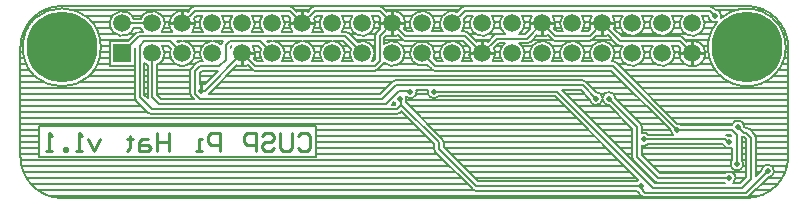
<source format=gbl>
G04*
G04 #@! TF.GenerationSoftware,Altium Limited,Altium Designer,22.9.1 (49)*
G04*
G04 Layer_Physical_Order=2*
G04 Layer_Color=16711680*
%FSLAX44Y44*%
%MOMM*%
G71*
G04*
G04 #@! TF.SameCoordinates,B5FEB32B-E54B-4D09-B02F-23BE752CD7F3*
G04*
G04*
G04 #@! TF.FilePolarity,Positive*
G04*
G01*
G75*
%ADD11C,0.2000*%
%ADD13C,0.2540*%
%ADD24R,1.5000X1.5000*%
%ADD25C,1.5000*%
%ADD26C,6.0000*%
%ADD27C,0.5000*%
%ADD28C,0.2032*%
D11*
X321250Y83750D02*
X321824Y83176D01*
Y79600D02*
Y83176D01*
Y79600D02*
X322500Y78924D01*
X350000Y90000D02*
X454024D01*
X535532Y8492D01*
X320222Y90500D02*
X329500D01*
X330000Y90000D01*
X475956Y95500D02*
X487272Y84184D01*
X306422D02*
X317738Y95500D01*
X475956D01*
X322500Y78924D02*
X354221Y47203D01*
X309080Y79358D02*
X320222Y90500D01*
X354221Y41721D02*
X385942Y10000D01*
X117575Y79358D02*
X309080D01*
X354221Y41721D02*
Y47203D01*
X318616Y75040D02*
X322500Y78924D01*
X111225Y75040D02*
X318616D01*
X527206Y5842D02*
Y6982D01*
X528620Y4428D02*
X614272D01*
X525000Y9188D02*
Y10000D01*
X527206Y5842D02*
X528620Y4428D01*
X385942Y10000D02*
X525000D01*
Y9188D02*
X527206Y6982D01*
X527912Y49640D02*
X596596D01*
X614459Y55295D02*
X618590Y51164D01*
X612205Y55295D02*
X614459D01*
X599236Y47000D02*
X600048D01*
X596596Y49640D02*
X599236Y47000D01*
X602222Y57500D02*
X606578Y53144D01*
X607500Y60000D02*
X612205Y55295D01*
X556106Y57500D02*
X602222D01*
X606578Y28903D02*
Y53144D01*
X618590Y16130D02*
Y51164D01*
X441802Y147701D02*
X452487Y137016D01*
X481917D01*
X492602Y147701D01*
X156233Y90732D02*
X187802Y122301D01*
X153262Y90732D02*
X156233D01*
X610952Y8492D02*
X618590Y16130D01*
X535532Y8492D02*
X610952D01*
X111602Y85331D02*
Y122301D01*
Y85331D02*
X117575Y79358D01*
X100938Y85327D02*
X111225Y75040D01*
X100938Y85327D02*
Y128888D01*
X104851Y132801D01*
X126502D01*
X137002Y122301D01*
X340202D02*
X350887Y111616D01*
X501990D01*
X556106Y57500D01*
X202702Y132801D02*
X213202Y122301D01*
X177138Y132801D02*
X202702D01*
X173836Y129499D02*
X177138Y132801D01*
X173836Y116950D02*
Y129499D01*
X168502Y111616D02*
X173836Y116950D01*
X151865Y111616D02*
X168502D01*
X147674Y107425D02*
X151865Y111616D01*
X147674Y88375D02*
Y107425D01*
Y88375D02*
X151865Y84184D01*
X306422D01*
X498194D02*
X522070Y60308D01*
Y34400D02*
Y60308D01*
Y34400D02*
X539596Y16874D01*
X600048D01*
X614272Y4428D02*
X632560Y22716D01*
X492602Y147701D02*
X507351Y132952D01*
X558151D01*
X568802Y122301D01*
X583792Y158213D02*
X587856Y154149D01*
X376114Y158213D02*
X583792D01*
X365602Y147701D02*
X376114Y158213D01*
X274902Y136801D02*
X289402Y122301D01*
X100702Y136801D02*
X274902D01*
X86202Y122301D02*
X100702Y136801D01*
X228102Y158201D02*
X238602Y147701D01*
X147502Y158201D02*
X228102D01*
X137002Y147701D02*
X147502Y158201D01*
X187802Y122301D02*
X198487Y111616D01*
X299820D01*
X304138Y115934D01*
Y137037D01*
X314802Y147701D01*
X391002Y122301D02*
X403685Y134984D01*
X429085D01*
X441802Y147701D01*
X314802D02*
X325487Y137016D01*
X376287D01*
X391002Y122301D01*
X304302Y158201D02*
X314802Y147701D01*
X249102Y158201D02*
X304302D01*
X238602Y147701D02*
X249102Y158201D01*
X86202Y147701D02*
X111602D01*
D13*
X482562D02*
X492602D01*
Y137661D02*
Y147701D01*
X502642D01*
X568802Y122301D02*
X578842D01*
X568802D02*
Y132341D01*
X558762Y122301D02*
X568802D01*
X431762Y147701D02*
X441802D01*
X451842D01*
X441802Y137661D02*
Y147701D01*
X391002Y122301D02*
Y132341D01*
Y122301D02*
X401042D01*
X380962D02*
X391002D01*
X568802Y112261D02*
Y122301D01*
X314802Y147701D02*
Y157741D01*
Y147701D02*
X324842D01*
X314802Y137661D02*
Y147701D01*
X304762D02*
X314802D01*
X238602D02*
Y157741D01*
Y147701D02*
X248642D01*
X228562D02*
X238602D01*
X137002D02*
Y157741D01*
X126962Y147701D02*
X137002D01*
X147042D01*
X187802Y122301D02*
X197842D01*
X187802Y112261D02*
Y122301D01*
X153262Y90732D02*
Y95772D01*
X234803Y52736D02*
X237342Y55275D01*
X242421D01*
X244960Y52736D01*
Y42579D01*
X242421Y40040D01*
X237342D01*
X234803Y42579D01*
X229725Y55275D02*
Y42579D01*
X227186Y40040D01*
X222107D01*
X219568Y42579D01*
Y55275D01*
X204333Y52736D02*
X206872Y55275D01*
X211951D01*
X214490Y52736D01*
Y50197D01*
X211951Y47657D01*
X206872D01*
X204333Y45118D01*
Y42579D01*
X206872Y40040D01*
X211951D01*
X214490Y42579D01*
X199255Y40040D02*
Y55275D01*
X191637D01*
X189098Y52736D01*
Y47657D01*
X191637Y45118D01*
X199255D01*
X168785Y40040D02*
Y55275D01*
X161167D01*
X158628Y52736D01*
Y47657D01*
X161167Y45118D01*
X168785D01*
X153550Y40040D02*
X148471D01*
X151010D01*
Y50197D01*
X153550D01*
X125619Y55275D02*
Y40040D01*
Y47657D01*
X115462D01*
Y55275D01*
Y40040D01*
X107844Y50197D02*
X102766D01*
X100227Y47657D01*
Y40040D01*
X107844D01*
X110384Y42579D01*
X107844Y45118D01*
X100227D01*
X92609Y52736D02*
Y50197D01*
X95148D01*
X90070D01*
X92609D01*
Y42579D01*
X90070Y40040D01*
X67217Y50197D02*
X62139Y40040D01*
X57061Y50197D01*
X51982Y40040D02*
X46904D01*
X49443D01*
Y55275D01*
X51982Y52736D01*
X39286Y40040D02*
Y42579D01*
X36747D01*
Y40040D01*
X39286D01*
X26591D02*
X21512D01*
X24051D01*
Y55275D01*
X26591Y52736D01*
D24*
X86202Y122301D02*
D03*
D25*
Y147701D02*
D03*
X111602Y122301D02*
D03*
Y147701D02*
D03*
X137002Y122301D02*
D03*
Y147701D02*
D03*
X162402Y122301D02*
D03*
Y147701D02*
D03*
X187802Y122301D02*
D03*
Y147701D02*
D03*
X213202Y122301D02*
D03*
Y147701D02*
D03*
X238602Y122301D02*
D03*
Y147701D02*
D03*
X264002Y122301D02*
D03*
Y147701D02*
D03*
X289402Y122301D02*
D03*
Y147701D02*
D03*
X314802Y122301D02*
D03*
Y147701D02*
D03*
X340202Y122301D02*
D03*
Y147701D02*
D03*
X365602Y122301D02*
D03*
Y147701D02*
D03*
X391002Y122301D02*
D03*
Y147701D02*
D03*
X416402Y122301D02*
D03*
Y147701D02*
D03*
X441802Y122301D02*
D03*
Y147701D02*
D03*
X467202Y122301D02*
D03*
Y147701D02*
D03*
X568802D02*
D03*
Y122301D02*
D03*
X543402Y147701D02*
D03*
Y122301D02*
D03*
X518002Y147701D02*
D03*
Y122301D02*
D03*
X492602Y147701D02*
D03*
Y122301D02*
D03*
D26*
X35000Y127500D02*
D03*
X615000D02*
D03*
D27*
X321250Y83750D02*
D03*
X350000Y90000D02*
D03*
X330000D02*
D03*
X525000Y10000D02*
D03*
X607500Y60000D02*
D03*
X600048Y47000D02*
D03*
X153262Y90732D02*
D03*
X487272Y84184D02*
D03*
X498194D02*
D03*
X600048Y16874D02*
D03*
X632560Y22716D02*
D03*
X527912Y49640D02*
D03*
X606578Y28903D02*
D03*
X556106Y57500D02*
D03*
X587856Y154149D02*
D03*
D28*
X593372D02*
G03*
X588022Y159662I-5516J0D01*
G01*
X592976Y152097D02*
G03*
X593372Y154149I-5120J2052D01*
G01*
X586632Y161053D02*
G03*
X583792Y162229I-2840J-2840D01*
G01*
X586632Y161053D02*
G03*
X583792Y162229I-2840J-2840D01*
G01*
X648016Y127500D02*
G03*
X592976Y152097I-33016J0D01*
G01*
X650000Y127500D02*
G03*
X615000Y162500I-35000J0D01*
G01*
X582342Y153983D02*
G03*
X590002Y149067I5513J166D01*
G01*
X579318Y147701D02*
G03*
X577072Y154197I-10516J0D01*
G01*
X560532D02*
G03*
X579318Y147701I8270J-6496D01*
G01*
X528518D02*
G03*
X526272Y154197I-10516J0D01*
G01*
X503658Y147701D02*
G03*
X501548Y154197I-11056J0D01*
G01*
X553918Y147701D02*
G03*
X551672Y154197I-10516J0D01*
G01*
X535132D02*
G03*
X553918Y147701I8270J-6496D01*
G01*
X509732Y154197D02*
G03*
X528518Y147701I8270J-6496D01*
G01*
X483656Y154197D02*
G03*
X482478Y143257I8946J-6496D01*
G01*
X502725D02*
G03*
X503658Y147701I-10123J4444D01*
G01*
X560990Y135792D02*
G03*
X558151Y136968I-2840J-2840D01*
G01*
X560990Y135792D02*
G03*
X558151Y136968I-2840J-2840D01*
G01*
X579858Y122301D02*
G03*
X564358Y132424I-11056J0D01*
G01*
X553918Y122301D02*
G03*
X551560Y128936I-10516J0D01*
G01*
X504511Y130112D02*
G03*
X507351Y128936I2840J2840D01*
G01*
X504511Y130112D02*
G03*
X507351Y128936I2840J2840D01*
G01*
X488158Y137577D02*
G03*
X497046Y137577I4444J10123D01*
G01*
X481917Y133000D02*
G03*
X484757Y134176I0J4016D01*
G01*
X481917Y133000D02*
G03*
X484757Y134176I0J4016D01*
G01*
X528518Y122301D02*
G03*
X526160Y128936I-10516J0D01*
G01*
X477718Y147701D02*
G03*
X475472Y154197I-10516J0D01*
G01*
X452858Y147701D02*
G03*
X450748Y154197I-11056J0D01*
G01*
X426918Y147701D02*
G03*
X424672Y154197I-10516J0D01*
G01*
X458932D02*
G03*
X459071Y141032I8270J-6496D01*
G01*
X475333D02*
G03*
X477718Y147701I-8131J6669D01*
G01*
X451926Y143257D02*
G03*
X452858Y147701I-10123J4444D01*
G01*
X432856Y154197D02*
G03*
X431678Y143257I8946J-6496D01*
G01*
X376114Y162229D02*
G03*
X373274Y161053I0J-4016D01*
G01*
X376114Y162229D02*
G03*
X373274Y161053I0J-4016D01*
G01*
X376118Y147701D02*
G03*
X375314Y151733I-10516J0D01*
G01*
X401518Y147701D02*
G03*
X399272Y154197I-10516J0D01*
G01*
X408132D02*
G03*
X410496Y139000I8270J-6496D01*
G01*
X382732Y154197D02*
G03*
X401518Y147701I8270J-6496D01*
G01*
X422308Y139000D02*
G03*
X426918Y147701I-5906J8701D01*
G01*
X373733Y141032D02*
G03*
X376118Y147701I-8131J6669D01*
G01*
X369635Y157413D02*
G03*
X357471Y141032I-4033J-9712D01*
G01*
X379126Y139856D02*
G03*
X376287Y141032I-2840J-2840D01*
G01*
X379126Y139856D02*
G03*
X376287Y141032I-2840J-2840D01*
G01*
X449647Y134176D02*
G03*
X452487Y133000I2840J2840D01*
G01*
X449647Y134176D02*
G03*
X452487Y133000I2840J2840D01*
G01*
X437358Y137577D02*
G03*
X446246Y137577I4444J10123D01*
G01*
X477718Y122301D02*
G03*
X459071Y115632I-10516J0D01*
G01*
X429085Y130968D02*
G03*
X431925Y132144I0J4016D01*
G01*
X429085Y130968D02*
G03*
X431925Y132144I0J4016D01*
G01*
X426918Y122301D02*
G03*
X422357Y130968I-10516J0D01*
G01*
X403685Y139000D02*
G03*
X400845Y137824I0J-4016D01*
G01*
X403685Y139000D02*
G03*
X400845Y137824I0J-4016D01*
G01*
X395446Y132424D02*
G03*
X386558Y132424I-4444J-10123D01*
G01*
X402058Y122301D02*
G03*
X401125Y126745I-11056J0D01*
G01*
X613013Y60166D02*
G03*
X602196Y61516I-5513J-166D01*
G01*
X590002Y149067D02*
G03*
X648016Y127500I24998J-21567D01*
G01*
X617299Y58135D02*
G03*
X614459Y59311I-2840J-2840D01*
G01*
X617299Y58135D02*
G03*
X614459Y59311I-2840J-2840D01*
G01*
X622606Y51164D02*
G03*
X621430Y54004I-4016J0D01*
G01*
X622606Y51164D02*
G03*
X621430Y54004I-4016J0D01*
G01*
X610594Y51616D02*
G03*
X612205Y51279I1611J3679D01*
G01*
X610594Y51616D02*
G03*
X612205Y51279I1611J3679D01*
G01*
X599434Y52482D02*
G03*
X597760Y53484I-2837J-2842D01*
G01*
X599434Y52482D02*
G03*
X597760Y53484I-2837J-2842D01*
G01*
X601818Y52225D02*
G03*
X599434Y52482I-1770J-5224D01*
G01*
X558678Y126745D02*
G03*
X579858Y122301I10123J-4444D01*
G01*
X535243Y128936D02*
G03*
X553918Y122301I8158J-6635D01*
G01*
X559887Y61516D02*
G03*
X556272Y63013I-3781J-4016D01*
G01*
X550592Y57334D02*
G03*
X552150Y53656I5513J166D01*
G01*
X638076Y22716D02*
G03*
X627047Y22882I-5516J0D01*
G01*
X632726Y17203D02*
G03*
X638076Y22716I-166J5513D01*
G01*
X615001Y0D02*
G03*
X650000Y34999I0J34999D01*
G01*
X614272Y412D02*
G03*
X617112Y1588I0J4016D01*
G01*
X614272Y412D02*
G03*
X617112Y1588I0J4016D01*
G01*
X612094Y28903D02*
G03*
X610594Y32685I-5516J0D01*
G01*
X602562D02*
G03*
X612094Y28903I4016J-3781D01*
G01*
X594706Y45624D02*
G03*
X602562Y42091I5342J1376D01*
G01*
X603419Y12508D02*
G03*
X605564Y16874I-3371J4366D01*
G01*
D02*
G03*
X596267Y20890I-5516J0D01*
G01*
X509843Y128936D02*
G03*
X528518Y122301I8158J-6635D01*
G01*
X500733Y115632D02*
G03*
X503118Y122301I-8131J6669D01*
G01*
X504829Y114456D02*
G03*
X501990Y115632I-2840J-2840D01*
G01*
X503118Y122301D02*
G03*
X484471Y115632I-10516J0D01*
G01*
X504829Y114456D02*
G03*
X501990Y115632I-2840J-2840D01*
G01*
X492733Y84961D02*
G03*
X487438Y89698I-5461J-777D01*
G01*
X503708Y84350D02*
G03*
X492733Y84961I-5513J-166D01*
G01*
X481758Y84018D02*
G03*
X492733Y83407I5513J166D01*
G01*
D02*
G03*
X498028Y78671I5461J777D01*
G01*
X452318Y122301D02*
G03*
X433671Y115632I-10516J0D01*
G01*
X449933D02*
G03*
X452318Y122301I-8131J6669D01*
G01*
X424533Y115632D02*
G03*
X426918Y122301I-8131J6669D01*
G01*
X475333Y115632D02*
G03*
X477718Y122301I-8131J6669D01*
G01*
X380878Y126745D02*
G03*
X382184Y115632I10123J-4444D01*
G01*
X410447Y130968D02*
G03*
X408271Y115632I5955J-8667D01*
G01*
X376118Y122301D02*
G03*
X357471Y115632I-10516J0D01*
G01*
X399820D02*
G03*
X402058Y122301I-8818J6669D01*
G01*
X373733Y115632D02*
G03*
X376118Y122301I-8131J6669D01*
G01*
X478796Y98340D02*
G03*
X475956Y99516I-2840J-2840D01*
G01*
X478796Y98340D02*
G03*
X475956Y99516I-2840J-2840D01*
G01*
X531693Y53656D02*
G03*
X526086Y54845I-3781J-4016D01*
G01*
Y60308D02*
G03*
X524910Y63148I-4016J0D01*
G01*
X526086Y44435D02*
G03*
X531693Y45624I1826J5205D01*
G01*
X526086Y60308D02*
G03*
X524910Y63148I-4016J0D01*
G01*
X518054Y34400D02*
G03*
X519230Y31560I4016J0D01*
G01*
X518054Y34400D02*
G03*
X519230Y31560I4016J0D01*
G01*
X536756Y14034D02*
G03*
X539596Y12858I2840J2840D01*
G01*
X536756Y14034D02*
G03*
X539596Y12858I2840J2840D01*
G01*
X525781Y1588D02*
G03*
X528620Y412I2840J2840D01*
G01*
X521219Y5984D02*
G03*
X523345Y4738I3781J4016D01*
G01*
Y4738D02*
G03*
X524366Y3002I3861J1104D01*
G01*
X523148Y15196D02*
G03*
X521219Y14016I1851J-5196D01*
G01*
X525781Y1588D02*
G03*
X528620Y412I2840J2840D01*
G01*
X523345Y4738D02*
G03*
X524366Y3002I3861J1104D01*
G01*
X358237Y47203D02*
G03*
X357061Y50043I-4016J0D01*
G01*
X358237Y47203D02*
G03*
X357061Y50043I-4016J0D01*
G01*
X383102Y7160D02*
G03*
X385942Y5984I2840J2840D01*
G01*
X383102Y7160D02*
G03*
X385942Y5984I2840J2840D01*
G01*
X307141Y161041D02*
G03*
X304302Y162217I-2840J-2840D01*
G01*
X307141Y161041D02*
G03*
X304302Y162217I-2840J-2840D01*
G01*
X350718Y147701D02*
G03*
X332071Y141032I-10516J0D01*
G01*
X325858Y147701D02*
G03*
X310358Y157824I-11056J0D01*
G01*
X299918Y147701D02*
G03*
X297681Y154185I-10516J0D01*
G01*
X281123D02*
G03*
X299918Y147701I8279J-6484D01*
G01*
X274518D02*
G03*
X272281Y154185I-10516J0D01*
G01*
X304678Y152145D02*
G03*
X304678Y143257I10123J-4444D01*
G01*
X249102Y162217D02*
G03*
X246263Y161041I0J-4016D01*
G01*
X249102Y162217D02*
G03*
X246263Y161041I0J-4016D01*
G01*
X230941D02*
G03*
X228102Y162217I-2840J-2840D01*
G01*
X230941Y161041D02*
G03*
X228102Y162217I-2840J-2840D01*
G01*
X243046Y157824D02*
G03*
X234158Y157824I-4444J-10123D01*
G01*
X255723Y154185D02*
G03*
X256052Y140817I8279J-6484D01*
G01*
X249658Y147701D02*
G03*
X248725Y152145I-11056J0D01*
G01*
X228478D02*
G03*
X229950Y140817I10123J-4444D01*
G01*
X348333Y141032D02*
G03*
X350718Y147701I-8131J6669D01*
G01*
X324925Y143257D02*
G03*
X325858Y147701I-10123J4444D01*
G01*
X301298Y139877D02*
G03*
X300122Y137037I2840J-2840D01*
G01*
X301298Y139877D02*
G03*
X300122Y137037I2840J-2840D01*
G01*
X322647Y134176D02*
G03*
X325487Y133000I2840J2840D01*
G01*
X322647Y134176D02*
G03*
X325487Y133000I2840J2840D01*
G01*
X310358Y137577D02*
G03*
X319246Y137577I4444J10123D01*
G01*
X277741Y139641D02*
G03*
X274902Y140817I-2840J-2840D01*
G01*
X277741Y139641D02*
G03*
X274902Y140817I-2840J-2840D01*
G01*
X247254D02*
G03*
X249658Y147701I-8652J6884D01*
G01*
X271952Y140817D02*
G03*
X274518Y147701I-7950J6884D01*
G01*
X223718D02*
G03*
X221481Y154185I-10516J0D01*
G01*
X204923D02*
G03*
X205252Y140817I8279J-6484D01*
G01*
X198318Y147701D02*
G03*
X196081Y154185I-10516J0D01*
G01*
X221152Y140817D02*
G03*
X223718Y147701I-7950J6884D01*
G01*
X195752Y140817D02*
G03*
X198318Y147701I-7950J6884D01*
G01*
X172918D02*
G03*
X170681Y154185I-10516J0D01*
G01*
X179523D02*
G03*
X179852Y140817I8279J-6484D01*
G01*
X154123Y154185D02*
G03*
X154452Y140817I8279J-6484D01*
G01*
X148058Y147701D02*
G03*
X147126Y152145I-11056J0D01*
G01*
X170352Y140817D02*
G03*
X172918Y147701I-7950J6884D01*
G01*
X145654Y140817D02*
G03*
X148058Y147701I-8652J6884D01*
G01*
X147502Y162217D02*
G03*
X144663Y161041I0J-4016D01*
G01*
X147502Y162217D02*
G03*
X144663Y161041I0J-4016D01*
G01*
X141446Y157824D02*
G03*
X128350Y140817I-4444J-10123D01*
G01*
X119552D02*
G03*
X122118Y147701I-7950J6884D01*
G01*
D02*
G03*
X101883Y151717I-10516J0D01*
G01*
X95921D02*
G03*
X95921Y143685I-9719J-4016D01*
G01*
X35000Y162500D02*
G03*
X-0Y127500I0J-35000D01*
G01*
X101883Y143685D02*
G03*
X103652Y140817I9719J4016D01*
G01*
X136187Y132785D02*
G03*
X132969Y132013I815J-10484D01*
G01*
X212387Y132785D02*
G03*
X209169Y132013I815J-10484D01*
G01*
X170996Y132339D02*
G03*
X169828Y129747I2840J-2840D01*
G01*
X170996Y132339D02*
G03*
X169828Y129747I2840J-2840D01*
G01*
D02*
G03*
X163217Y132785I-7426J-7446D01*
G01*
X178847Y128785D02*
G03*
X177852Y127121I8955J-6484D01*
G01*
X100702Y140817D02*
G03*
X97863Y139641I0J-4016D01*
G01*
X100702Y140817D02*
G03*
X97863Y139641I0J-4016D01*
G01*
X349914Y118268D02*
G03*
X350718Y122301I-9712J4033D01*
G01*
X307853Y114408D02*
G03*
X325318Y122301I6949J7893D01*
G01*
D02*
G03*
X308154Y130449I-10516J0D01*
G01*
X306978Y113094D02*
G03*
X307853Y114408I-2840J2840D01*
G01*
X306978Y113094D02*
G03*
X307853Y114408I-2840J2840D01*
G01*
X348047Y108776D02*
G03*
X350887Y107600I2840J2840D01*
G01*
X350718Y122301D02*
G03*
X344235Y112589I-10516J0D01*
G01*
X348047Y108776D02*
G03*
X350887Y107600I2840J2840D01*
G01*
X299820D02*
G03*
X302660Y108776I0J4016D01*
G01*
X299820Y107600D02*
G03*
X302660Y108776I0J4016D01*
G01*
X317738Y99516D02*
G03*
X314898Y98340I0J-4016D01*
G01*
X317738Y99516D02*
G03*
X314898Y98340I0J-4016D01*
G01*
X249118Y122301D02*
G03*
X239417Y132785I-10516J0D01*
G01*
X299918Y122301D02*
G03*
X285369Y132013I-10516J0D01*
G01*
X237787Y132785D02*
G03*
X230471Y115632I815J-10484D01*
G01*
X274518Y122301D02*
G03*
X264817Y132785I-10516J0D01*
G01*
X223718Y122301D02*
G03*
X214017Y132785I-10516J0D01*
G01*
X221333Y115632D02*
G03*
X223718Y122301I-8131J6669D01*
G01*
X203490Y126333D02*
G03*
X205071Y115632I9712J-4033D01*
G01*
X297533D02*
G03*
X299918Y122301I-8131J6669D01*
G01*
X279690Y126333D02*
G03*
X281271Y115632I9712J-4033D01*
G01*
X263187Y132785D02*
G03*
X255871Y115632I815J-10484D01*
G01*
X272133D02*
G03*
X274518Y122301I-8131J6669D01*
G01*
X246733Y115632D02*
G03*
X249118Y122301I-8131J6669D01*
G01*
X344687Y91484D02*
G03*
X353781Y85984I5313J-1484D01*
G01*
X326342Y85872D02*
G03*
X335516Y90000I3658J4128D01*
G01*
D02*
G03*
X335313Y91484I-5516J0D01*
G01*
X326766Y83750D02*
G03*
X326342Y85872I-5516J0D01*
G01*
X326058Y81046D02*
G03*
X326766Y83750I-4808J2704D01*
G01*
X316444Y81043D02*
G03*
X317553Y79656I4806J2707D01*
G01*
X350205Y41721D02*
G03*
X351381Y38881I4016J0D01*
G01*
X318616Y71024D02*
G03*
X321456Y72200I0J4016D01*
G01*
X350205Y41721D02*
G03*
X351381Y38881I4016J0D01*
G01*
X318616Y71024D02*
G03*
X321456Y72200I0J4016D01*
G01*
X198858Y122301D02*
G03*
X196757Y128785I-11056J0D01*
G01*
X161587Y132785D02*
G03*
X154271Y115632I815J-10484D01*
G01*
X197925Y117857D02*
G03*
X198858Y122301I-10123J4444D01*
G01*
X147518D02*
G03*
X137817Y132785I-10516J0D01*
G01*
X151865Y115632D02*
G03*
X149025Y114456I0J-4016D01*
G01*
X151865Y115632D02*
G03*
X149025Y114456I0J-4016D01*
G01*
X183358Y112177D02*
G03*
X192246Y112177I4444J10123D01*
G01*
X195647Y108776D02*
G03*
X198487Y107600I2840J2840D01*
G01*
X195647Y108776D02*
G03*
X198487Y107600I2840J2840D01*
G01*
X127290Y126333D02*
G03*
X147518Y122301I9712J-4033D01*
G01*
X144834Y110265D02*
G03*
X143658Y107425I2840J-2840D01*
G01*
X144834Y110265D02*
G03*
X143658Y107425I2840J-2840D01*
G01*
X122118Y122301D02*
G03*
X119881Y128785I-10516J0D01*
G01*
X115618Y112582D02*
G03*
X122118Y122301I-4016J9719D01*
G01*
X104954Y114153D02*
G03*
X107586Y112582I6648J8148D01*
G01*
X68016Y127500D02*
G03*
X68016Y127500I-33016J0D01*
G01*
X155970Y96149D02*
G03*
X151690Y96580I-2708J-5417D01*
G01*
X143658Y88375D02*
G03*
X144834Y85535I4016J0D01*
G01*
X143658Y88375D02*
G03*
X144834Y85535I4016J0D01*
G01*
X107586Y85331D02*
G03*
X107750Y84194I4016J0D01*
G01*
X107586Y85331D02*
G03*
X107750Y84194I4016J0D01*
G01*
X108385Y72200D02*
G03*
X111225Y71024I2840J2840D01*
G01*
X108385Y72200D02*
G03*
X111225Y71024I2840J2840D01*
G01*
X96922Y85327D02*
G03*
X98098Y82487I4016J0D01*
G01*
X96922Y85327D02*
G03*
X98098Y82487I4016J0D01*
G01*
X-0Y35000D02*
G03*
X35000Y0I35000J0D01*
G01*
X590725Y158860D02*
X604674D01*
X625326D02*
X630542D01*
X593360Y153780D02*
X595014D01*
X634986D02*
X638116D01*
X586632Y161053D02*
X588022Y159662D01*
X577072Y154197D02*
X582128D01*
X577383Y153780D02*
X582352D01*
X551983D02*
X560221D01*
X640311Y148700D02*
X642849D01*
X643813Y143620D02*
X646067D01*
X588714Y148700D02*
X589689D01*
X553870D02*
X558334D01*
X579270D02*
X586998D01*
X578494Y143620D02*
X586187D01*
X553094D02*
X559110D01*
X526272Y154197D02*
X535132D01*
X376114Y162229D02*
X583792D01*
X551672Y154197D02*
X560532D01*
X528470Y148700D02*
X532934D01*
X526583Y153780D02*
X534821D01*
X501548Y154197D02*
X509732D01*
X475472D02*
X483656D01*
X501837Y153780D02*
X509421D01*
X503613Y148700D02*
X507533D01*
X475783Y153780D02*
X483367D01*
X502877Y143620D02*
X508310D01*
X527694D02*
X533710D01*
X502725Y143257D02*
X509014Y136968D01*
X573966Y138540D02*
X583884D01*
X646115D02*
X648213D01*
X563322Y133460D02*
X582526D01*
X647474D02*
X649489D01*
X648004Y128380D02*
X649989D01*
X578037D02*
X581996D01*
X548566Y138540D02*
X563638D01*
X560990Y135792D02*
X564358Y132424D01*
X551983Y128380D02*
X557043D01*
X551560Y128936D02*
X556487D01*
X579813Y123300D02*
X582252D01*
X647748D02*
X650000D01*
X579077Y118220D02*
X583315D01*
X646685D02*
X650000D01*
X556487Y128936D02*
X558678Y126745D01*
X553870Y123300D02*
X557791D01*
X553094Y118220D02*
X558527D01*
X523166Y138540D02*
X538238D01*
X509014Y136968D02*
X558151D01*
X507442Y138540D02*
X512838D01*
X507351Y128936D02*
X509843D01*
X497046Y137577D02*
X504511Y130112D01*
X484757Y134176D02*
X488158Y137577D01*
X483783Y133460D02*
X501163D01*
X526160Y128936D02*
X535243D01*
X501183Y128380D02*
X509421D01*
X528470Y123300D02*
X532934D01*
X527694Y118220D02*
X533710D01*
X526583Y128380D02*
X534821D01*
X503070Y123300D02*
X507533D01*
X476894Y118220D02*
X482910D01*
X475783Y128380D02*
X484021D01*
X502294Y118220D02*
X508310D01*
X500733Y115632D02*
X501990D01*
X450748Y154197D02*
X458932D01*
X452813Y148700D02*
X456734D01*
X477670D02*
X481591D01*
X451037Y153780D02*
X458621D01*
X424672Y154197D02*
X432856D01*
X424983Y153780D02*
X432567D01*
X426870Y148700D02*
X430791D01*
X452077Y143620D02*
X457510D01*
X476894D02*
X482327D01*
X480254Y141032D02*
X482478Y143257D01*
X454150Y141032D02*
X459071D01*
X451926Y143257D02*
X454150Y141032D01*
X427422Y139000D02*
X431678Y143257D01*
X426094Y143620D02*
X431527D01*
X377777Y154197D02*
X382732D01*
X399272D02*
X408132D01*
X377361Y153780D02*
X382421D01*
X399583D02*
X407821D01*
X401470Y148700D02*
X405933D01*
X376070D02*
X380533D01*
X369635Y157413D02*
X373274Y161053D01*
X375314Y151733D02*
X377777Y154197D01*
X350670Y148700D02*
X355134D01*
X400694Y143620D02*
X406710D01*
X375294D02*
X381310D01*
X373733Y141032D02*
X376287D01*
X475333D02*
X480254D01*
X446246Y137577D02*
X449647Y134176D01*
X452487Y133000D02*
X481917D01*
X433241Y133460D02*
X450620D01*
X422308Y139000D02*
X427422D01*
X431925Y132144D02*
X437358Y137577D01*
X403685Y139000D02*
X410496D01*
X422357Y130968D02*
X429085D01*
X405349D02*
X410447D01*
X452270Y123300D02*
X456734D01*
X450383Y128380D02*
X458621D01*
X477670Y123300D02*
X482133D01*
X451494Y118220D02*
X457510D01*
X449933Y115632D02*
X459071D01*
X426870Y123300D02*
X431334D01*
X426094Y118220D02*
X432110D01*
X424983Y128380D02*
X433221D01*
X396166Y138540D02*
X401819D01*
X402761Y128380D02*
X407821D01*
X401125Y126745D02*
X405349Y130968D01*
X395446Y132424D02*
X400845Y137824D01*
X380442Y138540D02*
X385838D01*
X385522Y133460D02*
X396482D01*
X379126Y139856D02*
X386558Y132424D01*
X374623Y133000D02*
X380878Y126745D01*
X374183Y128380D02*
X379243D01*
X402013Y123300D02*
X405933D01*
X401277Y118220D02*
X406710D01*
X399820Y115632D02*
X408271D01*
X376070Y123300D02*
X379991D01*
X350670D02*
X355134D01*
X375294Y118220D02*
X380727D01*
X352550Y115632D02*
X357471D01*
X644730Y113140D02*
X650000D01*
X641686Y108060D02*
X650000D01*
X637109Y102980D02*
X650000D01*
X629625Y97900D02*
X650000D01*
X618173Y57260D02*
X650000D01*
X612495Y62340D02*
X650000D01*
X613013Y60166D02*
X613868Y59311D01*
X617299Y58135D02*
X621430Y54004D01*
X650000Y35000D02*
X650000Y127499D01*
X622475Y52180D02*
X650000D01*
X597760Y53484D02*
X600559D01*
X601818Y52225D01*
X610594Y32685D02*
Y51616D01*
X521385Y97900D02*
X600375D01*
X526465Y92820D02*
X650000D01*
X516305Y102980D02*
X592891D01*
X536625Y82660D02*
X650000D01*
X541705Y77580D02*
X650000D01*
X531545Y87740D02*
X650000D01*
X548566Y113140D02*
X562612D01*
X574992D02*
X585271D01*
X511225Y108060D02*
X588314D01*
X546785Y72500D02*
X650000D01*
X551865Y67420D02*
X650000D01*
X504829Y114456D02*
X556272Y63013D01*
X558751Y62340D02*
X602505D01*
X559887Y61516D02*
X602196D01*
X525534Y62340D02*
X545586D01*
X500326Y107600D02*
X550592Y57334D01*
X531693Y53656D02*
X552150D01*
X526086Y57260D02*
X550595D01*
X622606Y42020D02*
X650000D01*
X622606Y36940D02*
X650000D01*
X622606Y47100D02*
X650000D01*
X636290Y26780D02*
X649021D01*
X637982Y21700D02*
X647375D01*
X622606Y31860D02*
X649859D01*
X612795Y51279D02*
X614574Y49500D01*
X611235Y31860D02*
X614574D01*
X622606Y26780D02*
X628830D01*
X622606Y21700D02*
X625864D01*
X611669Y26780D02*
X614574D01*
X617112Y1588D02*
X632726Y17203D01*
X632144Y16620D02*
X644786D01*
X627063Y11540D02*
X640974D01*
X621983Y6460D02*
X635261D01*
X622606Y18441D02*
Y51164D01*
Y18441D02*
X627047Y22882D01*
X614574Y17794D02*
Y49500D01*
X616887Y1380D02*
X624732D01*
X610594Y47100D02*
X614574D01*
X610594Y42020D02*
X614574D01*
X602562Y32685D02*
Y42091D01*
X610594Y36940D02*
X614574D01*
X531693Y45624D02*
X594706D01*
X526086Y42020D02*
X597677D01*
X530289Y31860D02*
X601922D01*
X535369Y26780D02*
X601487D01*
X526086Y36940D02*
X602562D01*
X609288Y12508D02*
X614574Y17794D01*
X602719Y21700D02*
X614574D01*
X605558Y16620D02*
X613400D01*
X603419Y12508D02*
X609288D01*
X528620Y412D02*
X614272D01*
X541259Y20890D02*
X596267D01*
X540449Y21700D02*
X597377D01*
X539596Y12858D02*
X596267D01*
X537196Y12508D02*
X596677D01*
X523166Y113140D02*
X538238D01*
X506145D02*
X512838D01*
X484315Y92820D02*
X515106D01*
X502411Y87740D02*
X520186D01*
X479235Y97900D02*
X510026D01*
X491489Y87740D02*
X493977D01*
X478796Y98340D02*
X487438Y89698D01*
X505397Y82660D02*
X525266D01*
X503708Y84350D02*
X524910Y63148D01*
X498028Y78671D02*
X518054Y58644D01*
X515558Y72500D02*
X535426D01*
X520638Y67420D02*
X540506D01*
X510477Y77580D02*
X530346D01*
X482284Y67420D02*
X509278D01*
X477203Y72500D02*
X504198D01*
X475333Y115632D02*
X484471D01*
X424533D02*
X433671D01*
X373733D02*
X382184D01*
X474292Y91484D02*
X481758Y84018D01*
X458219Y91484D02*
X537196Y12508D01*
X350887Y107600D02*
X500326D01*
X467043Y82660D02*
X481971D01*
X472123Y77580D02*
X499118D01*
X452360Y85984D02*
X523148Y15196D01*
X458219Y91484D02*
X474292D01*
X461964Y87740D02*
X478036D01*
X353781Y85984D02*
X452360D01*
X526086Y54845D02*
Y60308D01*
Y36063D02*
Y44435D01*
X528004Y21700D02*
X529090D01*
X518054Y34400D02*
Y58644D01*
X522924Y26780D02*
X524011D01*
X517844Y31860D02*
X518959D01*
X526086Y36063D02*
X541259Y20890D01*
X533083Y16620D02*
X534170D01*
X519230Y31560D02*
X536756Y14034D01*
X524366Y3002D02*
X525781Y1588D01*
X492444Y57260D02*
X518054D01*
X497523Y52180D02*
X518054D01*
X487364Y62340D02*
X514358D01*
X502603Y47100D02*
X518054D01*
X507683Y42020D02*
X518054D01*
X364682Y36940D02*
X501404D01*
X354924Y52180D02*
X486165D01*
X358237Y47100D02*
X491245D01*
X359602Y42020D02*
X496325D01*
X358237Y43384D02*
Y47203D01*
X512763Y36940D02*
X518054D01*
X379921Y21700D02*
X516645D01*
X374841Y26780D02*
X511564D01*
X387606Y14016D02*
X521219D01*
X385942Y5984D02*
X521219D01*
X385001Y16620D02*
X521725D01*
X369762Y31860D02*
X506484D01*
X358237Y43384D02*
X387606Y14016D01*
X351381Y38881D02*
X383102Y7160D01*
X307141Y161041D02*
X310358Y157824D01*
X324037Y153780D02*
X331621D01*
X348783D02*
X357021D01*
X309322Y158860D02*
X371082D01*
X297681Y154185D02*
X302638D01*
X304678Y152145D01*
X272281Y154185D02*
X281123D01*
X297983Y153780D02*
X303043D01*
X274470Y148700D02*
X278934D01*
X272583Y153780D02*
X280821D01*
X325813Y148700D02*
X329734D01*
X299870D02*
X303791D01*
X255000Y162500D02*
X615000Y162500D01*
X35000Y162500D02*
X255000Y162500D01*
X249102Y162217D02*
X304302D01*
X243046Y157824D02*
X246263Y161041D01*
X147502Y162217D02*
X228102D01*
X233122Y158860D02*
X244082D01*
X230941Y161041D02*
X234158Y157824D01*
X250766Y154185D02*
X255723D01*
X248725Y152145D02*
X250766Y154185D01*
X250361Y153780D02*
X255421D01*
X249613Y148700D02*
X253533D01*
X226438Y154185D02*
X228478Y152145D01*
X349894Y143620D02*
X355910D01*
X325077D02*
X330510D01*
X327150Y141032D02*
X332071D01*
X348333D02*
X357471D01*
X324925Y143257D02*
X327150Y141032D01*
X301298Y139877D02*
X304678Y143257D01*
X299094Y143620D02*
X304527D01*
X294566Y138540D02*
X300414D01*
X325487Y133000D02*
X374623D01*
X348783Y128380D02*
X357021D01*
X325270Y123300D02*
X329734D01*
X323383Y128380D02*
X331621D01*
X319246Y137577D02*
X322647Y134176D01*
X308154Y135373D02*
X310358Y137577D01*
X308154Y133460D02*
X323620D01*
X308154Y130449D02*
Y135373D01*
X297983Y128380D02*
X300122D01*
X273694Y143620D02*
X279710D01*
X271952Y140817D02*
X274902D01*
X278842Y138540D02*
X284238D01*
X283922Y133460D02*
X300122D01*
X222894Y143620D02*
X228327D01*
X248877D02*
X254310D01*
X247254Y140817D02*
X256052D01*
X221152D02*
X229950D01*
X264817Y132785D02*
X273238D01*
X277741Y139641D02*
X285369Y132013D01*
X239417Y132785D02*
X263187D01*
X273238D02*
X279690Y126333D01*
X274470Y123300D02*
X278934D01*
X272583Y128380D02*
X277643D01*
X221783D02*
X230021D01*
X247183D02*
X255421D01*
X214017Y132785D02*
X237787D01*
X249070Y123300D02*
X253533D01*
X223670D02*
X228134D01*
X196081Y154185D02*
X204923D01*
X221481D02*
X226438D01*
X170681D02*
X179523D01*
X221783Y153780D02*
X226843D01*
X198270Y148700D02*
X202733D01*
X196383Y153780D02*
X204621D01*
X149166Y154185D02*
X154123D01*
X148761Y153780D02*
X153821D01*
X147126Y152145D02*
X149166Y154185D01*
X170983Y153780D02*
X179221D01*
X172870Y148700D02*
X177334D01*
X148013D02*
X151933D01*
X223670D02*
X227591D01*
X141446Y157824D02*
X144663Y161041D01*
X94783Y153780D02*
X103021D01*
X120183D02*
X127767D01*
X45326Y158860D02*
X142482D01*
X19458D02*
X24675D01*
X54986Y153780D02*
X77621D01*
X11884D02*
X15014D01*
X95921Y151717D02*
X101883D01*
X60311Y148700D02*
X75733D01*
X7151D02*
X9690D01*
X122070D02*
X125991D01*
X95921Y143685D02*
X101883D01*
X172094Y143620D02*
X178110D01*
X197494D02*
X203510D01*
X170352Y140817D02*
X179852D01*
X195752D02*
X205252D01*
X208397Y132785D02*
X212387D01*
X163217D02*
X171443D01*
X147277Y143620D02*
X152710D01*
X145654Y140817D02*
X154452D01*
X132197Y132785D02*
X132969Y132013D01*
X137817Y132785D02*
X161587D01*
X132197D02*
X136187D01*
X208397D02*
X209169Y132013D01*
X196757Y128785D02*
X201038D01*
X203490Y126333D01*
X198813Y123300D02*
X202733D01*
X197037Y128380D02*
X201443D01*
X177852Y127836D02*
X178801Y128785D01*
X145583Y128380D02*
X153821D01*
X121294Y143620D02*
X126727D01*
X95894D02*
X101910D01*
X100702Y140817D02*
X103652D01*
X119552D02*
X128350D01*
X3933Y143620D02*
X6187D01*
X63813D02*
X76510D01*
X1787Y138540D02*
X3884D01*
X66116D02*
X81038D01*
X91366D02*
X96762D01*
X511Y133460D02*
X2526D01*
X91039Y132817D02*
X97863Y139641D01*
X119881Y128785D02*
X124838D01*
X67474Y133460D02*
X91682D01*
X124838Y128785D02*
X127290Y126333D01*
X122070Y123300D02*
X126533D01*
X120183Y128380D02*
X125243D01*
X75686Y132817D02*
X91039D01*
X68004Y128380D02*
X75686D01*
X11D02*
X1996D01*
X67748Y123300D02*
X75686D01*
X-0D02*
X2252D01*
X349914Y118268D02*
X352550Y115632D01*
X324494Y118220D02*
X330510D01*
X349962D02*
X355910D01*
X319966Y113140D02*
X335038D01*
X300122Y117598D02*
Y137037D01*
X299094Y118220D02*
X300122D01*
X307023Y113140D02*
X309638D01*
X344235Y112589D02*
X348047Y108776D01*
X317738Y99516D02*
X475956D01*
X301686Y108060D02*
X349020D01*
X302660Y108776D02*
X306978Y113094D01*
X304758Y88200D02*
X314898Y98340D01*
X273694Y118220D02*
X279710D01*
X248294D02*
X254310D01*
X222894D02*
X228910D01*
X221333Y115632D02*
X230471D01*
X200150D02*
X205071D01*
X298157D02*
X300122Y117598D01*
X198487Y107600D02*
X299820D01*
X174161Y102980D02*
X504946D01*
X169081Y97900D02*
X314459D01*
X272133Y115632D02*
X281271D01*
X246733D02*
X255871D01*
X335313Y91484D02*
X344687D01*
X335032Y87740D02*
X344968D01*
X329524Y77580D02*
X460765D01*
X326657Y82660D02*
X455685D01*
X316952Y79056D02*
X317553Y79656D01*
X321755Y72500D02*
X323245D01*
X334604D02*
X465844D01*
X339683Y67420D02*
X470924D01*
X326058Y81046D02*
X357061Y50043D01*
X349843Y57260D02*
X481085D01*
X344763Y62340D02*
X476004D01*
X321456Y72200D02*
X322500Y73245D01*
X350205Y45539D01*
Y41721D02*
Y45539D01*
X-0Y62340D02*
X333405D01*
X250516Y57260D02*
X338484D01*
X-0Y67420D02*
X328325D01*
X250516Y47100D02*
X348644D01*
X250516Y42020D02*
X350205D01*
X250516Y52180D02*
X343564D01*
X164001Y92820D02*
X309379D01*
X314457Y79056D02*
X316444Y81043D01*
X159381Y88200D02*
X304758D01*
X314457Y79056D02*
X316952D01*
X111225Y71024D02*
X318616D01*
X15956Y60831D02*
X250516D01*
X5214Y16620D02*
X373643D01*
X9026Y11540D02*
X378722D01*
X2625Y21700D02*
X368563D01*
X25268Y1380D02*
X526006D01*
X35000Y0D02*
X615000D01*
X14740Y6460D02*
X384045D01*
X250516Y36940D02*
X353322D01*
X250516Y34484D02*
Y60831D01*
X15956Y34484D02*
X250516D01*
X979Y26780D02*
X363483D01*
X141Y31860D02*
X358402D01*
X198077Y118220D02*
X203510D01*
X197925Y117857D02*
X200150Y115632D01*
X147470Y123300D02*
X151933D01*
X146694Y118220D02*
X152710D01*
X151865Y115632D02*
X154271D01*
X192246Y112177D02*
X195647Y108776D01*
X179241Y108060D02*
X196620D01*
X142166Y113140D02*
X147710D01*
X144834Y110265D02*
X149025Y114456D01*
X159381Y88200D02*
X183358Y112177D01*
X121294Y118220D02*
X127310D01*
X104954Y113140D02*
X106438D01*
X116766D02*
X131838D01*
X66685Y118220D02*
X75686D01*
Y111785D02*
Y132817D01*
X-0Y118220D02*
X3315D01*
X64730Y113140D02*
X75686D01*
Y111785D02*
X96718D01*
X-0Y113140D02*
X5271D01*
X104954Y86990D02*
Y114153D01*
X107586Y85331D02*
Y112582D01*
X96922Y85327D02*
Y127341D01*
X115618Y108060D02*
X143708D01*
X115618Y86995D02*
Y112582D01*
X104954Y108060D02*
X107586D01*
X96718Y111785D02*
Y127137D01*
X-0Y35000D02*
Y127500D01*
X61686Y108060D02*
X96922D01*
X-0D02*
X8314D01*
X153528Y107600D02*
X167422D01*
X155970Y96149D02*
X167422Y107600D01*
X151690Y105761D02*
X153528Y107600D01*
X151690Y97900D02*
X157722D01*
X151690Y102980D02*
X162802D01*
X151690Y96580D02*
Y105761D01*
X143658Y88375D02*
Y107425D01*
X115618Y102980D02*
X143658D01*
X115618Y92820D02*
X143658D01*
X115618Y97900D02*
X143658D01*
X115618Y87740D02*
X143708D01*
X119239Y83374D02*
X146995D01*
X144834Y85535D02*
X146995Y83374D01*
X115618Y86995D02*
X119239Y83374D01*
X104954Y87740D02*
X107586D01*
X104954Y97900D02*
X107586D01*
X104954Y92820D02*
X107586D01*
X104954Y102980D02*
X107586D01*
X104954Y86990D02*
X107750Y84194D01*
X-0Y82660D02*
X97935D01*
X57109Y102980D02*
X96922D01*
X-0Y97900D02*
X20375D01*
X-0Y102980D02*
X12891D01*
X49625Y97900D02*
X96922D01*
X-0Y87740D02*
X96922D01*
X-0Y92820D02*
X96922D01*
X98098Y82487D02*
X108385Y72200D01*
X-0Y77580D02*
X103006D01*
X15956Y34484D02*
Y60831D01*
X-0Y72500D02*
X108085D01*
X-0Y52180D02*
X15956D01*
X-0Y47100D02*
X15956D01*
X-0Y57260D02*
X15956D01*
X-0Y36940D02*
X15956D01*
X-0Y42020D02*
X15956D01*
M02*

</source>
